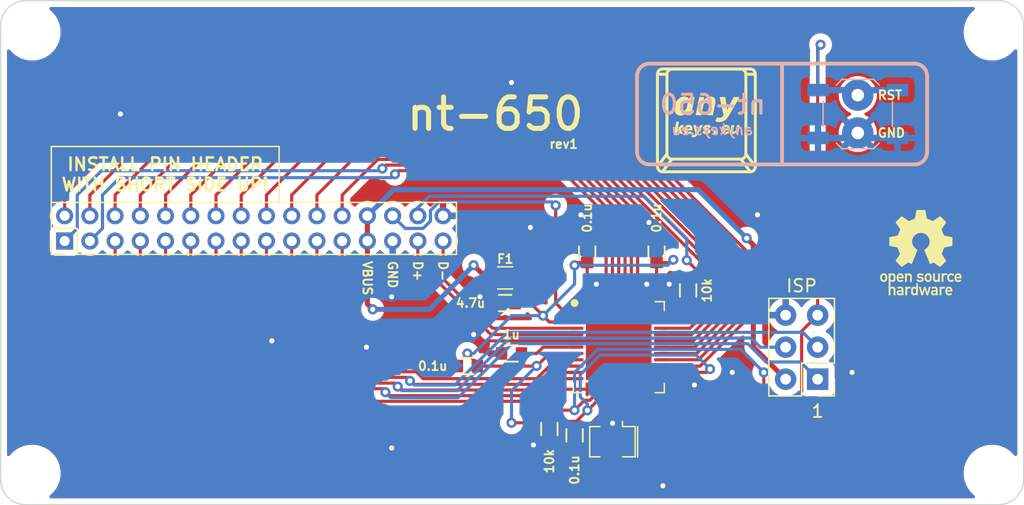
<source format=kicad_pcb>
(kicad_pcb (version 20211014) (generator pcbnew)
  (layers (0 "F.Cu" signal) (31 "B.Cu" signal) (34 "B.Paste" user) (35 "F.Paste" user) (36 "B.SilkS" user "B.Silkscreen") (37 "F.SilkS" user "F.Silkscreen") (38 "B.Mask" user) (39 "F.Mask" user) (44 "Edge.Cuts" user))
  (net 0 "")
  (net 1 "VCC")
  (net 2 "GND")
  (net 3 "Net-(C6-Pad1)")
  (net 4 "row3")
  (net 5 "row2")
  (net 6 "row5")
  (net 7 "row1")
  (net 8 "row4")
  (net 9 "col9")
  (net 10 "row6")
  (net 11 "col11")
  (net 12 "row7")
  (net 13 "col10")
  (net 14 "col14")
  (net 15 "col13")
  (net 16 "col12")
  (net 17 "col4")
  (net 18 "col8")
  (net 19 "col3")
  (net 20 "row0")
  (net 21 "col2")
  (net 22 "col1")
  (net 23 "LED3_R")
  (net 24 "col0")
  (net 25 "LED1_G")
  (net 26 "LED2_G")
  (net 27 "VBUS")
  (net 28 "RST")
  (net 29 "/USB_D+")
  (net 30 "/USB_D-")
  (net 31 "XTAL2")
  (net 32 "XTAL1")
  (net 34 "MISO")
  (net 35 "MOSI")
  (net 36 "SCK")
  (footprint "Keeb_components:C_0603" (layer "F.Cu") (at 46.5 20 90)
    (fp_text reference "C2" hide)
    (fp_text value "0.1u")
  )
  (footprint "Keeb_components:C_0603" (layer "F.Cu") (at 45.5 34.5 -90)
    (fp_text reference "C4" hide)
    (fp_text value "0.1u")
  )
  (footprint "Keeb_components:R_0603" (layer "F.Cu") (at 54.5 23 90)
    (fp_text reference "R2" hide)
    (fp_text value "10k")
  )
  (footprint "footprints:screw_hole" (layer "F.Cu") (at 2.499999 37.500001)
    (fp_text reference "REF**" hide)
    (fp_text value "VAL**" hide)
  )
  (footprint "Keeb_components:R_0805" (layer "F.Cu") (at 40 22)
    (fp_text reference "F1")
    (fp_text value "1A" hide)
  )
  (footprint "Keeb_components:R_0603" (layer "F.Cu") (at 43.5 34 90)
    (fp_text reference "R1" hide)
    (fp_text value "10k")
  )
  (footprint "Keeb_components:XTAL_SMD_Murata_CSTxExxV-3Pin_3.0x1.1mm" (layer "F.Cu") (at 48.5 35 180)
    (fp_text reference "X1" hide)
    (fp_text value "16MHz" hide)
  )
  (footprint "Connector_PinHeader_2.00mm:PinHeader_2x16_P2.00mm_Vertical" (layer "F.Cu") (at 5.074999 19.075001 90)
    (fp_text reference "J1" hide)
    (fp_text value "02x16")
  )
  (footprint "footprints:screw_hole" (layer "F.Cu") (at 78.599999 37.500001)
    (fp_text reference "REF**" hide)
    (fp_text value "VAL**" hide)
  )
  (footprint "Keeb_components:C_0603" (layer "F.Cu") (at 40.5 28 180)
    (fp_text reference "C6" hide)
    (fp_text value "1u")
  )
  (footprint "footprints:screw_hole" (layer "F.Cu") (at 78.599999 2.500001)
    (fp_text reference "REF**" hide)
    (fp_text value "VAL**" hide)
  )
  (footprint "Keeb_components:MCU_ATMEGA32U4-MU" (layer "F.Cu") (at 49 27.5)
    (fp_text reference "U1" hide)
    (fp_text value "ATMEGA32U4")
  )
  (footprint "footprints:screw_hole" (layer "F.Cu") (at 2.499999 2.500001)
    (fp_text reference "REF**" hide)
    (fp_text value "VAL**" hide)
  )
  (footprint "Keeb_components:CONN_isp_standard" (layer "F.Cu") (at 63.5 27.5 180)
    (fp_text reference "J2" hide)
    (fp_text value "ISP")
  )
  (footprint "Keeb_components:GRAPHIC_logo" (layer "F.Cu") (at 55.949999 9.500001)
    (fp_text reference "G***" hide)
    (fp_text value "LOGO" hide)
  )
  (footprint "Keeb_components:C_0603" (layer "F.Cu") (at 40 24 180)
    (fp_text reference "C5" hide)
    (fp_text value "4.7u")
  )
  (footprint "Keeb_components:C_0603" (layer "F.Cu") (at 52 20 90)
    (fp_text reference "C3" hide)
    (fp_text value "0.1u")
  )
  (footprint "Keeb_components:GRAPHIC_oshw" (layer "F.Cu") (at 72.949999 20.000001)
    (fp_text reference "G***" hide)
    (fp_text value "LOGO" hide)
  )
  (footprint "Keeb_components:C_0603" (layer "F.Cu") (at 37 29 180)
    (fp_text reference "C1" hide)
    (fp_text value "0.1u")
  )
  (footprint "Keeb_components:SWITCH_SPST_TL3342_W_JUMP" (layer "B.Cu") (at 67.949999 9.000001)
    (fp_text reference "SW1" hide)
    (fp_text value "SW_PUSH")
  )
  (gr_arc (start 73.449999 12.000001) (mid 73.157106 12.707108) (end 72.449999 13.000001) (layer "B.SilkS") (width 0.3))
  (gr_arc (start 51.449999 13.000001) (mid 50.742892 12.707108) (end 50.449999 12.000001) (layer "B.SilkS") (width 0.3))
  (gr_line (start 51.449999 13.000001) (end 72.449999 13.000001) (layer "B.SilkS") (width 0.3))
  (gr_line (start 72.449999 5.000001) (end 51.449999 5.000001) (layer "B.SilkS") (width 0.3))
  (gr_line (start 73.449999 12.000001) (end 73.449999 6.000001) (layer "B.SilkS") (width 0.3))
  (gr_line (start 61.949999 5.000001) (end 61.949999 13.000001) (layer "B.SilkS") (width 0.3))
  (gr_line (start 50.449999 6.000001) (end 50.449999 12.000001) (layer "B.SilkS") (width 0.3))
  (gr_arc (start 50.449999 6.000001) (mid 50.742892 5.292894) (end 51.449999 5.000001) (layer "B.SilkS") (width 0.3))
  (gr_arc (start 72.449999 5.000001) (mid 73.157106 5.292894) (end 73.449999 6.000001) (layer "B.SilkS") (width 0.3))
  (gr_line (start 4.014999 11.575001) (end 22.074999 11.575001) (layer "F.SilkS") (width 0.12))
  (gr_line (start 22.074999 11.575001) (end 22.074999 16.015001) (layer "F.SilkS") (width 0.12))
  (gr_line (start 4.014999 16.015001) (end 4.014999 11.575001) (layer "F.SilkS") (width 0.12))
  (gr_arc (start 2 40) (mid 0.585786 39.414214) (end 0 38) (layer "Edge.Cuts") (width 0.1))
  (gr_arc (start 81.099998 38) (mid 80.514212 39.414214) (end 79.099998 40) (layer "Edge.Cuts") (width 0.1))
  (gr_line (start 2 0) (end 79.099999 0.000001) (layer "Edge.Cuts") (width 0.1))
  (gr_arc (start 79.099999 0.000001) (mid 80.514213 0.585787) (end 81.099999 2.000001) (layer "Edge.Cuts") (width 0.1))
  (gr_arc (start 0 2) (mid 0.585786 0.585786) (end 2 0) (layer "Edge.Cuts") (width 0.1))
  (gr_line (start 81.099999 2.000001) (end 81.099999 38.000001) (layer "Edge.Cuts") (width 0.1))
  (gr_line (start 79.099998 40) (end 2 40) (layer "Edge.Cuts") (width 0.1))
  (gr_line (start 0 38) (end 0 2) (layer "Edge.Cuts") (width 0.1))
  (gr_text "nt-650" (at 56.449999 8.250001) (layer "B.SilkS") (effects (font (size 1.5 1.5) (thickness 0.25)) (justify mirror)))
  (gr_text "anykeys.eu" (at 56.449999 10.250001) (layer "B.SilkS") (effects (font (size 0.8 0.8) (thickness 0.15) italic) (justify mirror)))
  (gr_text "VBUS" (at 29.074999 20.575001 270) (layer "F.SilkS") (effects (font (size 0.7 0.7)) (justify left)))
  (gr_text "D+" (at 33.074999 20.575001 270) (layer "F.SilkS") (effects (font (size 0.7 0.7)) (justify left)))
  (gr_text "rev1" (at 45.854678 11.381253) (layer "F.SilkS") (effects (font (size 0.7 0.7)) (justify right)))
  (gr_text "GND" (at 31.074999 20.575001 270) (layer "F.SilkS") (effects (font (size 0.7 0.7)) (justify left)))
  (gr_text "GND" (at 69.449999 10.500001) (layer "F.SilkS") (effects (font (size 0.7 0.7)) (justify left)))
  (gr_text "INSTALL PIN HEADER\nWITH SHORT SIDE UP!" (at 13.044999 13.795001) (layer "F.SilkS") (effects (font (size 1 1) (thickness 0.2))))
  (gr_text "RST" (at 69.449999 7.500001) (layer "F.SilkS") (effects (font (size 0.7 0.7)) (justify left)))
  (gr_text "D-" (at 35.074999 20.575001 270) (layer "F.SilkS") (effects (font (size 0.7 0.7)) (justify left)))
  (gr_text "nt-650" (at 46.449999 9.000001) (layer "F.SilkS") (effects (font (size 2.5 2.5) (thickness 0.4)) (justify right)))
  (segment (start 42.5 29) (end 43.5 28) (width 0.25) (layer "F.Cu") (net 1))
  (segment (start 43.5 28) (end 45.6625 28) (width 0.25) (layer "F.Cu") (net 1))
  (segment (start 45.7125 20.7875) (end 45.5 21) (width 0.25) (layer "F.Cu") (net 1))
  (segment (start 43.5 34.7875) (end 42.2125 33.5) (width 0.25) (layer "F.Cu") (net 1))
  (segment (start 42.2125 33.5) (end 40.5 33.5) (width 0.25) (layer "F.Cu") (net 1))
  (segment (start 53.103187 20.7875) (end 53.327898 20.562789) (width 0.25) (layer "F.Cu") (net 1))
  (segment (start 45.5 33.7125) (end 45.5 33.524598) (width 0.25) (layer "F.Cu") (net 1))
  (segment (start 52 23) (end 52 20.7875) (width 0.25) (layer "F.Cu") (net 1))
  (segment (start 43 25) (end 43.5 25.5) (width 0.25) (layer "F.Cu") (net 1))
  (segment (start 41.1 22.9) (end 40.7875 23.2125) (width 0.4) (layer "F.Cu") (net 1))
  (segment (start 37.7875 29) (end 42.5 29) (width 0.25) (layer "F.Cu") (net 1))
  (segment (start 51.5 23.5) (end 52 23) (width 0.25) (layer "F.Cu") (net 1))
  (segment (start 42.2125 33.5) (end 41.5 33.5) (width 0.25) (layer "F.Cu") (net 1))
  (segment (start 51.5 24.1625) (end 51.5 23.5) (width 0.25) (layer "F.Cu") (net 1))
  (segment (start 40.7875 23.2125) (end 40.7875 24) (width 0.4) (layer "F.Cu") (net 1))
  (segment (start 47.5 31.558046) (end 47.5 30.8375) (width 0.25) (layer "F.Cu") (net 1))
  (segment (start 46.545747 32.512299) (end 47.5 31.558046) (width 0.25) (layer "F.Cu") (net 1))
  (segment (start 55.974619 29.5) (end 56.23731 29.237309) (width 0.25) (layer "F.Cu") (net 1))
  (segment (start 43.5 34.7875) (end 44.425 34.7875) (width 0.25) (layer "F.Cu") (net 1))
  (segment (start 43 25) (end 42 24) (width 0.25) (layer "F.Cu") (net 1))
  (segment (start 52.3375 29.5) (end 55.974619 29.5) (width 0.25) (layer "F.Cu") (net 1))
  (segment (start 45.5 33.524598) (end 46.512299 32.512299) (width 0.25) (layer "F.Cu") (net 1))
  (segment (start 44.425 34.7875) (end 45.5 33.7125) (width 0.25) (layer "F.Cu") (net 1))
  (segment (start 41.1 22) (end 41.1 22.9) (width 0.4) (layer "F.Cu") (net 1))
  (segment (start 37.7875 28.7875) (end 37 28) (width 0.25) (layer "F.Cu") (net 1))
  (segment (start 46.5 20.7875) (end 46.5 24.1625) (width 0.25) (layer "F.Cu") (net 1))
  (segment (start 43.5 25.5) (end 45.6625 25.5) (width 0.25) (layer "F.Cu") (net 1))
  (segment (start 46.512299 32.512299) (end 46.545747 32.512299) (width 0.25) (layer "F.Cu") (net 1))
  (segment (start 52 20.7875) (end 53.103187 20.7875) (width 0.25) (layer "F.Cu") (net 1))
  (segment (start 46.5 20.7875) (end 45.7125 20.7875) (width 0.25) (layer "F.Cu") (net 1))
  (segment (start 42 24) (end 40.7875 24) (width 0.25) (layer "F.Cu") (net 1))
  (segment (start 37.7875 29) (end 37.7875 28.7875) (width 0.25) (layer "F.Cu") (net 1))
  (via (at 46.512299 32.512299) (size 0.8) (drill 0.4) (layers "F.Cu" "B.Cu") (net 1))
  (via (at 40.5 33.5) (size 0.8) (drill 0.4) (layers "F.Cu" "B.Cu") (net 1))
  (via (at 43 25) (size 0.8) (drill 0.4) (layers "F.Cu" "B.Cu") (net 1))
  (via (at 42.487701 28.987701) (size 0.8) (drill 0.4) (layers "F.Cu" "B.Cu") (net 1))
  (via (at 56.23731 29.237309) (size 0.8) (drill 0.4) (layers "F.Cu" "B.Cu") (net 1))
  (via (at 53.327898 20.562789) (size 0.8) (drill 0.4) (layers "F.Cu" "B.Cu") (net 1))
  (via (at 37 28) (size 0.8) (drill 0.4) (layers "F.Cu" "B.Cu") (net 1))
  (via (at 45.5 21) (size 0.8) (drill 0.4) (layers "F.Cu" "B.Cu") (net 1))
  (segment (start 46.512299 32.512299) (end 46.512299 32.012299) (width 0.25) (layer "B.Cu") (net 1))
  (segment (start 47.512149 28.123569) (end 55.12357 28.123569) (width 0.25) (layer "B.Cu") (net 1))
  (segment (start 45.94952 31.44952) (end 45.94952 29.686198) (width 0.25) (layer "B.Cu") (net 1))
  (segment (start 53.327898 20.562789) (end 52.890687 21) (width 0.25) (layer "B.Cu") (net 1))
  (segment (start 46.512299 32.012299) (end 45.94952 31.44952) (width 0.25) (layer "B.Cu") (net 1))
  (segment (start 45.5 22.5) (end 45.5 21) (width 0.25) (layer "B.Cu") (net 1))
  (segment (start 45.94952 29.686198) (end 47.512149 28.123569) (width 0.25) (layer "B.Cu") (net 1))
  (segment (start 55.12357 28.123569) (end 56.23731 29.237309) (width 0.25) (layer "B.Cu") (net 1))
  (segment (start 43 25) (end 40.5 25) (width 0.25) (layer "B.Cu") (net 1))
  (segment (start 40.5 25) (end 37.5 28) (width 0.25) (layer "B.Cu") (net 1))
  (segment (start 43 25) (end 45.5 22.5) (width 0.25) (layer "B.Cu") (net 1))
  (segment (start 37.5 28) (end 37 28) (width 0.25) (layer "B.Cu") (net 1))
  (segment (start 40.5 30.975402) (end 42.487701 28.987701) (width 0.25) (layer "B.Cu") (net 1))
  (segment (start 52.890687 21) (end 45.5 21) (width 0.25) (layer "B.Cu") (net 1))
  (segment (start 40.5 33.5) (end 40.5 30.975402) (width 0.25) (layer "B.Cu") (net 1))
  (segment (start 46.5 19.2125) (end 46.5 17.5) (width 0.25) (layer "F.Cu") (net 2))
  (segment (start 45.6625 27) (end 38 27) (width 0.25) (layer "F.Cu") (net 2))
  (segment (start 46.2125 35.2875) (end 45.5 35.2875) (width 0.25) (layer "F.Cu") (net 2))
  (segment (start 54.5 30) (end 55 30.5) (width 0.25) (layer "F.Cu") (net 2))
  (segment (start 47 24.1625) (end 47 25.5) (width 0.25) (layer "F.Cu") (net 2))
  (segment (start 47 24.1625) (end 47 22.7245) (width 0.25) (layer "F.Cu") (net 2))
  (segment (start 45.6625 27) (end 48.5 27) (width 0.25) (layer "F.Cu") (net 2))
  (segment (start 46.5 35) (end 46.2125 35.2875) (width 0.25) (layer "F.Cu") (net 2))
  (segment (start 42.97611 36) (end 42.238055 35.261945) (width 0.25) (layer "F.Cu") (net 2))
  (segment (start 48 30.8375) (end 48 32.364282) (width 0.25) (layer "F.Cu") (net 2))
  (segment (start 48.5 33.550345) (end 48.512873 33.537472) (width 0.25) (layer "F.Cu") (net 2))
  (segment (start 48.5 27) (end 49 27.5) (width 0.25) (layer "F.Cu") (net 2))
  (segment (start 46.5 17.5) (end 46 17) (width 0.25) (layer "F.Cu") (net 2))
  (segment (start 52.3375 30) (end 54.5 30) (width 0.25) (layer "F.Cu") (net 2))
  (segment (start 48.5 35) (end 48.5 33.550345) (width 0.25) (layer "F.Cu") (net 2))
  (segment (start 46.5 33.864282) (end 46.5 35) (width 0.25) (layer "F.Cu") (net 2))
  (segment (start 51 24.1625) (end 51 25.5) (width 0.25) (layer "F.Cu") (net 2))
  (segment (start 47 25.5) (end 49 27.5) (width 0.25) (layer "F.Cu") (net 2))
  (segment (start 52 18.210292) (end 51.394854 17.605146) (width 0.25) (layer "F.Cu") (net 2))
  (segment (start 31.074999 19.075001) (end 31.074999 23.425001) (width 0.4) (layer "F.Cu") (net 2))
  (segment (start 51 24.1625) (end 51 22.7245) (width 0.25) (layer "F.Cu") (net 2))
  (segment (start 54.5 22.2125) (end 53.2875 22.2125) (width 0.25) (layer "F.Cu") (net 2))
  (segment (start 38.5 24) (end 38 23.5) (width 0.25) (layer "F.Cu") (net 2))
  (segment (start 48 28.5) (end 49 27.5) (width 0.25) (layer "F.Cu") (net 2))
  (segment (start 51.47548 29.97548) (end 49 27.5) (width 0.25) (layer "F.Cu") (net 2))
  (segment (start 39.2125 24) (end 38.5 24) (width 0.25) (layer "F.Cu") (net 2))
  (segment (start 44.7875 36) (end 44.5 36) (width 0.25) (layer "F.Cu") (net 2))
  (segment (start 38 27) (end 37.5 26.5) (width 0.25) (layer "F.Cu") (net 2))
  (segment (start 51 22.7245) (end 51.2245 22.5) (width 0.25) (layer "F.Cu") (net 2))
  (segment (start 52.3375 30) (end 52.31298 29.97548) (width 0.25) (layer "F.Cu") (net 2))
  (segment (start 45.5 35.2875) (end 44.7875 36) (width 0.25) (layer "F.Cu") (net 2))
  (segment (start 53.2875 22.2125) (end 53 22.5) (width 0.25) (layer "F.Cu") (net 2))
  (segment (start 51 25.5) (end 49 27.5) (width 0.25) (layer "F.Cu") (net 2))
  (segment (start 31.074999 23.425001) (end 31 23.5) (width 0.4) (layer "F.Cu") (net 2))
  (segment (start 52 19.2125) (end 52 18.210292) (width 0.25) (layer "F.Cu") (net 2))
  (segment (start 48 30.8375) (end 48 28.5) (width 0.25) (layer "F.Cu") (net 2))
  (segment (start 52.31298 29.97548) (end 51.47548 29.97548) (width 0.25) (layer "F.Cu") (net 2))
  (segment (start 48 32.364282) (end 46.5 33.864282) (width 0.25) (layer "F.Cu") (net 2))
  (segment (start 47 22.7245) (end 47.2245 22.5) (width 0.25) (layer "F.Cu") (net 2))
  (segment (start 44.5 36) (end 42.97611 36) (width 0.25) (layer "F.Cu") (net 2))
  (via (at 51.394854 17.605146) (size 0.8) (drill 0.4) (layers "F.Cu" "B.Cu") (net 2))
  (via (at 48.512873 33.537472) (size 0.8) (drill 0.4) (layers "F.Cu" "B.Cu") (net 2))
  (via (at 40.5 6.5) (size 0.8) (drill 0.4) (layers "F.Cu" "B.Cu") (net 2))
  (via (at 47.2245 22.5) (size 0.8) (drill 0.4) (layers "F.Cu" "B.Cu") (net 2))
  (via (at 29 27.5) (size 0.8) (drill 0.4) (layers "F.Cu" "B.Cu") (net 2))
  (via (at 38 23.5) (size 0.8) (drill 0.4) (layers "F.Cu" "B.Cu") (net 2))
  (via (at 31 23.5) (size 0.8) (drill 0.4) (layers "F.Cu" "B.Cu") (net 2))
  (via (at 21.5 27) (size 0.8) (drill 0.4) (layers "F.Cu" "B.Cu") (net 2))
  (via (at 52.5 38.5) (size 0.8) (drill 0.4) (layers "F.Cu" "B.Cu") (net 2))
  (via (at 9.5 9) (size 0.8) (drill 0.4) (layers "F.Cu" "B.Cu") (net 2))
  (via (at 60 17) (size 0.8) (drill 0.4) (layers "F.Cu" "B.Cu") (net 2))
  (via (at 53 22.5) (size 0.8) (drill 0.4) (layers "F.Cu" "B.Cu") (net 2))
  (via (at 31 35.5) (size 0.8) (drill 0.4) (layers "F.Cu" "B.Cu") (net 2))
  (via (at 37.5 26.5) (size 0.8) (drill 0.4) (layers "F.Cu" "B.Cu") (net 2))
  (via (at 42.238055 35.261945) (size 0.8) (drill 0.4) (layers "F.Cu" "B.Cu") (net 2))
  (via (at 58 29.5) (size 0.8) (drill 0.4) (layers "F.Cu" "B.Cu") (net 2))
  (via (at 46 17) (size 0.8) (drill 0.4) (layers "F.Cu" "B.Cu") (net 2))
  (via (at 51.2245 22.5) (size 0.8) (drill 0.4) (layers "F.Cu" "B.Cu") (net 2))
  (via (at 42 18) (size 0.8) (drill 0.4) (layers "F.Cu" "B.Cu") (net 2))
  (via (at 67.5 29.5) (size 0.8) (drill 0.4) (layers "F.Cu" "B.Cu") (net 2))
  (via (at 55 30.5) (size 0.8) (drill 0.4) (layers "F.Cu" "B.Cu") (net 2))
  (segment (start 42.5 28) (end 43 27.5) (width 0.25) (layer "F.Cu") (net 3))
  (segment (start 41.2875 28) (end 42.5 28) (width 0.25) (layer "F.Cu") (net 3))
  (segment (start 43 27.5) (end 45.6625 27.5) (width 0.25) (layer "F.Cu") (net 3))
  (segment (start 47.317859 15.682141) (end 44.686198 13.05048) (width 0.25) (layer "F.Cu") (net 4))
  (segment (start 48.5 24.1625) (end 48.5 16.864282) (width 0.25) (layer "F.Cu") (net 4))
  (segment (start 30.537279 13.05048) (end 30.262299 13.32546) (width 0.25) (layer "F.Cu") (net 4))
  (segment (start 48.5 16.864282) (end 47.317859 15.682141) (width 0.25) (layer "F.Cu") (net 4))
  (segment (start 44.686198 13.05048) (end 40 13.05048) (width 0.25) (layer "F.Cu") (net 4))
  (segment (start 40 13.05048) (end 30.537279 13.05048) (width 0.25) (layer "F.Cu") (net 4))
  (via (at 30.262299 13.32546) (size 0.8) (drill 0.4) (layers "F.Cu" "B.Cu") (net 4))
  (segment (start 5.074999 19.075001) (end 6.07451 18.07549) (width 0.25) (layer "B.Cu") (net 4))
  (segment (start 30.087759 13.5) (end 30.262299 13.32546) (width 0.25) (layer "B.Cu") (net 4))
  (segment (start 6.07451 18.07549) (end 6.07451 15.42549) (width 0.25) (layer "B.Cu") (net 4))
  (segment (start 8 13.5) (end 30.087759 13.5) (width 0.25) (layer "B.Cu") (net 4))
  (segment (start 6.07451 15.42549) (end 8 13.5) (width 0.25) (layer "B.Cu") (net 4))
  (segment (start 59.14664 25.303381) (end 55.450021 29) (width 0.25) (layer "F.Cu") (net 5))
  (segment (start 46.92057 7.65624) (end 59.14664 19.882312) (width 0.25) (layer "F.Cu") (net 5))
  (segment (start 55.450021 29) (end 52.3375 29) (width 0.25) (layer "F.Cu") (net 5))
  (segment (start 59.14664 19.882312) (end 59.14664 25.303381) (width 0.25) (layer "F.Cu") (net 5))
  (segment (start 5.074999 15.425001) (end 12.84376 7.65624) (width 0.25) (layer "F.Cu") (net 5))
  (segment (start 5.074999 17.075001) (end 5.074999 15.425001) (width 0.25) (layer "F.Cu") (net 5))
  (segment (start 12.84376 7.65624) (end 46.92057 7.65624) (width 0.25) (layer "F.Cu") (net 5))
  (segment (start 48 17) (end 48 24.1625) (width 0.25) (layer "F.Cu") (net 6))
  (segment (start 31.261802 13.77498) (end 31.536782 13.5) (width 0.25) (layer "F.Cu") (net 6))
  (segment (start 31.536782 13.5) (end 44.5 13.5) (width 0.25) (layer "F.Cu") (net 6))
  (segment (start 44.5 13.5) (end 48 17) (width 0.25) (layer "F.Cu") (net 6))
  (via (at 31.261802 13.77498) (size 0.8) (drill 0.4) (layers "F.Cu" "B.Cu") (net 6))
  (segment (start 9.450029 14.049971) (end 30.986811 14.049971) (width 0.25) (layer "B.Cu") (net 6))
  (segment (start 30.986811 14.049971) (end 31.261802 13.77498) (width 0.25) (layer "B.Cu") (net 6))
  (segment (start 7.074999 19.075001) (end 8.07451 18.07549) (width 0.25) (layer "B.Cu") (net 6))
  (segment (start 8.07451 15.42549) (end 9.450029 14.049971) (width 0.25) (layer "B.Cu") (net 6))
  (segment (start 8.07451 18.07549) (end 8.07451 15.42549) (width 0.25) (layer "B.Cu") (net 6))
  (segment (start 58.69712 20.068509) (end 58.69712 25.117184) (width 0.25) (layer "F.Cu") (net 7))
  (segment (start 14.39424 8.10576) (end 46.734372 8.10576) (width 0.25) (layer "F.Cu") (net 7))
  (segment (start 58.69712 25.117184) (end 55.314305 28.5) (width 0.25) (layer "F.Cu") (net 7))
  (segment (start 7.074999 15.425001) (end 14.39424 8.10576) (width 0.25) (layer "F.Cu") (net 7))
  (segment (start 55.314305 28.5) (end 52.3375 28.5) (width 0.25) (layer "F.Cu") (net 7))
  (segment (start 46.734372 8.10576) (end 58.69712 20.068509) (width 0.25) (layer "F.Cu") (net 7))
  (segment (start 7.074999 17.075001) (end 7.074999 15.425001) (width 0.25) (layer "F.Cu") (net 7))
  (segment (start 13.071641 24.571641) (end 9.074999 20.574999) (width 0.25) (layer "F.Cu") (net 8))
  (segment (start 36.95432 34.04568) (end 27.824222 34.04568) (width 0.25) (layer "F.Cu") (net 8))
  (segment (start 51.5 30.8375) (end 51.5 31.957132) (width 0.25) (layer "F.Cu") (net 8))
  (segment (start 9.074999 20.574999) (end 9.074999 19.075001) (width 0.25) (layer "F.Cu") (net 8))
  (segment (start 50.743811 38.29808) (end 41.20672 38.29808) (width 0.25) (layer "F.Cu") (net 8))
  (segment (start 52.298079 36.743813) (end 50.743811 38.29808) (width 0.25) (layer "F.Cu") (net 8))
  (segment (start 41.20672 38.29808) (end 36.95432 34.04568) (width 0.25) (layer "F.Cu") (net 8))
  (segment (start 51.5 31.957132) (end 52.29808 32.755212) (width 0.25) (layer "F.Cu") (net 8))
  (segment (start 23.029319 29.250774) (end 23.029319 26.529319) (width 0.25) (layer "F.Cu") (net 8))
  (segment (start 21.071641 24.571641) (end 13.071641 24.571641) (width 0.25) (layer "F.Cu") (net 8))
  (segment (start 52.29808 32.755212) (end 52.298079 36.743813) (width 0.25) (layer "F.Cu") (net 8))
  (segment (start 27.824222 34.04568) (end 23.029319 29.250774) (width 0.25) (layer "F.Cu") (net 8))
  (segment (start 23.029319 26.529319) (end 21.071641 24.571641) (width 0.25) (layer "F.Cu") (net 8))
  (segment (start 52.3375 28) (end 55.178588 28) (width 0.25) (layer "F.Cu") (net 9))
  (segment (start 55.178588 28) (end 58.2476 24.930987) (width 0.25) (layer "F.Cu") (net 9))
  (segment (start 15.94472 8.55528) (end 9.074999 15.425001) (width 0.25) (layer "F.Cu") (net 9))
  (segment (start 58.2476 24.930987) (end 58.2476 20.254706) (width 0.25) (layer "F.Cu") (net 9))
  (segment (start 58.2476 20.254706) (end 46.548175 8.55528) (width 0.25) (layer "F.Cu") (net 9))
  (segment (start 46.548175 8.55528) (end 15.94472 8.55528) (width 0.25) (layer "F.Cu") (net 9))
  (segment (start 9.074999 15.425001) (end 9.074999 17.075001) (width 0.25) (layer "F.Cu") (net 9))
  (segment (start 51.84856 32.941409) (end 51 32.092848) (width 0.25) (layer "F.Cu") (net 10))
  (segment (start 41.392918 37.84856) (end 50.557613 37.84856) (width 0.25) (layer "F.Cu") (net 10))
  (segment (start 37.140518 33.59616) (end 41.392918 37.84856) (width 0.25) (layer "F.Cu") (net 10))
  (segment (start 14.622121 24.122121) (end 21.257839 24.122121) (width 0.25) (layer "F.Cu") (net 10))
  (segment (start 50.557613 37.84856) (end 51.848559 36.557615) (width 0.25) (layer "F.Cu") (net 10))
  (segment (start 51.848559 36.557615) (end 51.84856 32.941409) (width 0.25) (layer "F.Cu") (net 10))
  (segment (start 28.01042 33.59616) (end 37.140518 33.59616) (width 0.25) (layer "F.Cu") (net 10))
  (segment (start 11.074999 20.574999) (end 14.622121 24.122121) (width 0.25) (layer "F.Cu") (net 10))
  (segment (start 21.257839 24.122121) (end 23.478839 26.343121) (width 0.25) (layer "F.Cu") (net 10))
  (segment (start 11.074999 19.075001) (end 11.074999 20.574999) (width 0.25) (layer "F.Cu") (net 10))
  (segment (start 23.478839 26.343121) (end 23.478839 29.064577) (width 0.25) (layer "F.Cu") (net 10))
  (segment (start 23.478839 29.064577) (end 28.01042 33.59616) (width 0.25) (layer "F.Cu") (net 10))
  (segment (start 51 32.092848) (end 51 30.8375) (width 0.25) (layer "F.Cu") (net 10))
  (segment (start 57.79808 24.74479) (end 55.04287 27.5) (width 0.25) (layer "F.Cu") (net 11))
  (segment (start 55.04287 27.5) (end 52.3375 27.5) (width 0.25) (layer "F.Cu") (net 11))
  (segment (start 11.074999 17.075001) (end 11.074999 15.425001) (width 0.25) (layer "F.Cu") (net 11))
  (segment (start 17.4952 9.0048) (end 46.361977 9.0048) (width 0.25) (layer "F.Cu") (net 11))
  (segment (start 11.074999 15.425001) (end 17.4952 9.0048) (width 0.25) (layer "F.Cu") (net 11))
  (segment (start 57.79808 20.440903) (end 57.79808 24.74479) (width 0.25) (layer "F.Cu") (net 11))
  (segment (start 46.361977 9.0048) (end 57.79808 20.440903) (width 0.25) (layer "F.Cu") (net 11))
  (segment (start 13.074999 20.710717) (end 13.074999 19.075001) (width 0.25) (layer "F.Cu") (net 12))
  (segment (start 50.5 32.228566) (end 51.39904 33.127606) (width 0.25) (layer "F.Cu") (net 12))
  (segment (start 51.39904 33.127606) (end 51.39904 36.371417) (width 0.25) (layer "F.Cu") (net 12))
  (segment (start 16.036883 23.672601) (end 13.074999 20.710717) (width 0.25) (layer "F.Cu") (net 12))
  (segment (start 50.371416 37.39904) (end 41.579116 37.39904) (width 0.25) (layer "F.Cu") (net 12))
  (segment (start 28.196618 33.14664) (end 23.928359 28.87838) (width 0.25) (layer "F.Cu") (net 12))
  (segment (start 23.928359 26.156924) (end 21.444037 23.672601) (width 0.25) (layer "F.Cu") (net 12))
  (segment (start 37.326716 33.14664) (end 28.196618 33.14664) (width 0.25) (layer "F.Cu") (net 12))
  (segment (start 51.39904 36.371417) (end 50.371416 37.39904) (width 0.25) (layer "F.Cu") (net 12))
  (segment (start 41.579116 37.39904) (end 37.326716 33.14664) (width 0.25) (layer "F.Cu") (net 12))
  (segment (start 50.5 30.8375) (end 50.5 32.228566) (width 0.25) (layer "F.Cu") (net 12))
  (segment (start 23.928359 28.87838) (end 23.928359 26.156924) (width 0.25) (layer "F.Cu") (net 12))
  (segment (start 21.444037 23.672601) (end 16.036883 23.672601) (width 0.25) (layer "F.Cu") (net 12))
  (segment (start 13.074999 17.075001) (end 13.074999 15.425001) (width 0.25) (layer "F.Cu") (net 13))
  (segment (start 57.34856 24.558592) (end 54.907152 27) (width 0.25) (layer "F.Cu") (net 13))
  (segment (start 54.907152 27) (end 52.3375 27) (width 0.25) (layer "F.Cu") (net 13))
  (segment (start 19.04568 9.45432) (end 46.175779 9.45432) (width 0.25) (layer "F.Cu") (net 13))
  (segment (start 13.074999 15.425001) (end 19.04568 9.45432) (width 0.25) (layer "F.Cu") (net 13))
  (segment (start 46.175779 9.45432) (end 57.34856 20.627102) (width 0.25) (layer "F.Cu") (net 13))
  (segment (start 57.34856 20.627102) (end 57.34856 24.558592) (width 0.25) (layer "F.Cu") (net 13))
  (segment (start 50 32.364282) (end 50.94952 33.313803) (width 0.25) (layer "F.Cu") (net 14))
  (segment (start 21.630234 23.223081) (end 17.723081 23.223081) (width 0.25) (layer "F.Cu") (net 14))
  (segment (start 50.94952 33.313803) (end 50.94952 36.18522) (width 0.25) (layer "F.Cu") (net 14))
  (segment (start 24.377879 25.970727) (end 21.630234 23.223081) (width 0.25) (layer "F.Cu") (net 14))
  (segment (start 50 30.8375) (end 50 32.364282) (width 0.25) (layer "F.Cu") (net 14))
  (segment (start 28.382815 32.69712) (end 24.377879 28.692183) (width 0.25) (layer "F.Cu") (net 14))
  (segment (start 15.074999 20.574999) (end 15.074999 19.075001) (width 0.25) (layer "F.Cu") (net 14))
  (segment (start 50.185219 36.94952) (end 41.765314 36.94952) (width 0.25) (layer "F.Cu") (net 14))
  (segment (start 24.377879 28.692183) (end 24.377879 25.970727) (width 0.25) (layer "F.Cu") (net 14))
  (segment (start 50.94952 36.18522) (end 50.185219 36.94952) (width 0.25) (layer "F.Cu") (net 14))
  (segment (start 17.723081 23.223081) (end 15.074999 20.574999) (width 0.25) (layer "F.Cu") (net 14))
  (segment (start 41.765314 36.94952) (end 37.512914 32.69712) (width 0.25) (layer "F.Cu") (net 14))
  (segment (start 37.512914 32.69712) (end 28.382815 32.69712) (width 0.25) (layer "F.Cu") (net 14))
  (segment (start 56.89904 24.372395) (end 54.771435 26.5) (width 0.25) (layer "F.Cu") (net 15))
  (segment (start 54.771435 26.5) (end 52.3375 26.5) (width 0.25) (layer "F.Cu") (net 15))
  (segment (start 15.074999 15.425001) (end 20.59616 9.90384) (width 0.25) (layer "F.Cu") (net 15))
  (segment (start 45.989581 9.90384) (end 56.89904 20.813299) (width 0.25) (layer "F.Cu") (net 15))
  (segment (start 15.074999 17.075001) (end 15.074999 15.425001) (width 0.25) (layer "F.Cu") (net 15))
  (segment (start 20.59616 9.90384) (end 45.989581 9.90384) (width 0.25) (layer "F.Cu") (net 15))
  (segment (start 56.89904 20.813299) (end 56.89904 24.372395) (width 0.25) (layer "F.Cu") (net 15))
  (segment (start 49.999022 36.5) (end 41.951512 36.5) (width 0.25) (layer "F.Cu") (net 16))
  (segment (start 49.5 30.8375) (end 49.5 32.5) (width 0.25) (layer "F.Cu") (net 16))
  (segment (start 50.5 33.5) (end 50.5 35.999022) (width 0.25) (layer "F.Cu") (net 16))
  (segment (start 37.699112 32.2476) (end 28.569012 32.2476) (width 0.25) (layer "F.Cu") (net 16))
  (segment (start 24.827399 28.505986) (end 24.827399 25.784529) (width 0.25) (layer "F.Cu") (net 16))
  (segment (start 49.5 32.5) (end 50.5 33.5) (width 0.25) (layer "F.Cu") (net 16))
  (segment (start 24.827399 25.784529) (end 21.81643 22.773561) (width 0.25) (layer "F.Cu") (net 16))
  (segment (start 17.074999 20.753587) (end 17.074999 19.075001) (width 0.25) (layer "F.Cu") (net 16))
  (segment (start 21.81643 22.773561) (end 19.094973 22.773561) (width 0.25) (layer "F.Cu") (net 16))
  (segment (start 41.951512 36.5) (end 37.699112 32.2476) (width 0.25) (layer "F.Cu") (net 16))
  (segment (start 50.5 35.999022) (end 49.999022 36.5) (width 0.25) (layer "F.Cu") (net 16))
  (segment (start 28.569012 32.2476) (end 24.827399 28.505986) (width 0.25) (layer "F.Cu") (net 16))
  (segment (start 19.094973 22.773561) (end 17.074999 20.753587) (width 0.25) (layer "F.Cu") (net 16))
  (segment (start 17.074999 15.425001) (end 22.14664 10.35336) (width 0.25) (layer "F.Cu") (net 17))
  (segment (start 56.44952 24.186197) (end 54.635718 26) (width 0.25) (layer "F.Cu") (net 17))
  (segment (start 46.066706 10.616683) (end 56.44952 20.999497) (width 0.25) (layer "F.Cu") (net 17))
  (segment (start 22.14664 10.35336) (end 45.803384 10.35336) (width 0.25) (layer "F.Cu") (net 17))
  (segment (start 54.635718 26) (end 52.3375 26) (width 0.25) (layer "F.Cu") (net 17))
  (segment (start 17.074999 17.075001) (end 17.074999 15.425001) (width 0.25) (layer "F.Cu") (net 17))
  (segment (start 56.44952 20.999497) (end 56.44952 24.186197) (width 0.25) (layer "F.Cu") (net 17))
  (segment (start 45.803384 10.35336) (end 46.066706 10.616683) (width 0.25) (layer "F.Cu") (net 17))
  (segment (start 44.205369 30.8375) (end 43.24479 31.79808) (width 0.25) (layer "F.Cu") (net 18))
  (segment (start 28.75521 31.79808) (end 25.276919 28.319789) (width 0.25) (layer "F.Cu") (net 18))
  (segment (start 25.276919 28.319789) (end 25.276918 25.598331) (width 0.25) (layer "F.Cu") (net 18))
  (segment (start 25.276918 25.598331) (end 22.002627 22.324041) (width 0.25) (layer "F.Cu") (net 18))
  (segment (start 43.24479 31.79808) (end 28.75521 31.79808) (width 0.25) (layer "F.Cu") (net 18))
  (segment (start 20.324041 22.324041) (end 19.074999 21.074999) (width 0.25) (layer "F.Cu") (net 18))
  (segment (start 19.074999 21.074999) (end 19.074999 19.075001) (width 0.25) (layer "F.Cu") (net 18))
  (segment (start 22.002627 22.324041) (end 20.324041 22.324041) (width 0.25) (layer "F.Cu") (net 18))
  (segment (start 46.5 30.8375) (end 44.205369 30.8375) (width 0.25) (layer "F.Cu") (net 18))
  (segment (start 45.617186 10.80288) (end 56 21.185694) (width 0.25) (layer "F.Cu") (net 19))
  (segment (start 23.69712 10.80288) (end 45.617186 10.80288) (width 0.25) (layer "F.Cu") (net 19))
  (segment (start 56 21.185694) (end 56 24) (width 0.25) (layer "F.Cu") (net 19))
  (segment (start 19.074999 17.075001) (end 19.074999 15.425001) (width 0.25) (layer "F.Cu") (net 19))
  (segment (start 19.074999 15.425001) (end 23.69712 10.80288) (width 0.25) (layer "F.Cu") (net 19))
  (segment (start 56 24) (end 54.5 25.5) (width 0.25) (layer "F.Cu") (net 19))
  (segment (start 54.5 25.5) (end 52.3375 25.5) (width 0.25) (layer "F.Cu") (net 19))
  (segment (start 45.430988 11.2524) (end 50.5 16.321412) (width 0.25) (layer "F.Cu") (net 20))
  (segment (start 50.5 16.321412) (end 50.5 24.1625) (width 0.25) (layer "F.Cu") (net 20))
  (segment (start 25.2476 11.2524) (end 45.430988 11.2524) (width 0.25) (layer "F.Cu") (net 20))
  (segment (start 21.074999 15.425001) (end 25.2476 11.2524) (width 0.25) (layer "F.Cu") (net 20))
  (segment (start 21.074999 17.075001) (end 21.074999 15.425001) (width 0.25) (layer "F.Cu") (net 20))
  (segment (start 45.244792 11.701921) (end 50 16.457129) (width 0.25) (layer "F.Cu") (net 21))
  (segment (start 23.074999 15.425001) (end 26.79808 11.70192) (width 0.25) (layer "F.Cu") (net 21))
  (segment (start 26.79808 11.70192) (end 45.244792 11.701921) (width 0.25) (layer "F.Cu") (net 21))
  (segment (start 23.074999 17.075001) (end 23.074999 15.425001) (width 0.25) (layer "F.Cu") (net 21))
  (segment (start 50 16.457129) (end 50 24.1625) (width 0.25) (layer "F.Cu") (net 21))
  (segment (start 49.5 16.592847) (end 49.5 24.1625) (width 0.25) (layer "F.Cu") (net 22))
  (segment (start 45.058594 12.15144) (end 45.321916 12.414763) (width 0.25) (layer "F.Cu") (net 22))
  (segment (start 25.074999 17.075001) (end 25.074999 15.425001) (width 0.25) (layer "F.Cu") (net 22))
  (segment (start 28.34856 12.15144) (end 45.058594 12.15144) (width 0.25) (layer "F.Cu") (net 22))
  (segment (start 25.074999 15.425001) (end 28.34856 12.15144) (width 0.25) (layer "F.Cu") (net 22))
  (segment (start 45.321916 12.414763) (end 49.5 16.592847) (width 0.25) (layer "F.Cu") (net 22))
  (segment (start 27.074999 27.574999) (end 28.950029 29.450029) (width 0.25) (layer "F.Cu") (net 23))
  (segment (start 27.074999 19.075001) (end 27.074999 27.574999) (width 0.25) (layer "F.Cu") (net 23))
  (segment (start 28.950029 29.450029) (end 32.950029 29.450029) (width 0.25) (layer "F.Cu") (net 23))
  (segment (start 33.5 30) (end 42.5 30) (width 0.25) (layer "F.Cu") (net 23))
  (segment (start 42.5 30) (end 44 28.5) (width 0.25) (layer "F.Cu") (net 23))
  (segment (start 32.950029 29.450029) (end 33.5 30) (width 0.25) (layer "F.Cu") (net 23))
  (segment (start 44 28.5) (end 45.6625 28.5) (width 0.25) (layer "F.Cu") (net 23))
  (segment (start 27.074999 15.425001) (end 29.89904 12.60096) (width 0.25) (layer "F.Cu") (net 24))
  (segment (start 49 16.728564) (end 49 24.1625) (width 0.25) (layer "F.Cu") (net 24))
  (segment (start 29.89904 12.60096) (end 44.872396 12.60096) (width 0.25) (layer "F.Cu") (net 24))
  (segment (start 44.872396 12.60096) (end 49 16.728564) (width 0.25) (layer "F.Cu") (net 24))
  (segment (start 27.074999 17.075001) (end 27.074999 15.425001) (width 0.25) (layer "F.Cu") (net 24))
  (segment (start 44 16.24902) (end 44 24) (width 0.25) (layer "F.Cu") (net 25))
  (segment (start 44 24) (end 44.75 24.75) (width 0.25) (layer "F.Cu") (net 25))
  (segment (start 44.75 24.75) (end 45 25) (width 0.25) (layer "F.Cu") (net 25))
  (segment (start 45.6625 25) (end 45 25) (width 0.25) (layer "F.Cu") (net 25))
  (via (at 44 16.24902) (size 0.8) (drill 0.4) (layers "F.Cu" "B.Cu") (net 25))
  (segment (start 33.489011 18.074512) (end 34.07451 17.489013) (width 0.25) (layer "B.Cu") (net 25))
  (segment (start 32.07451 18.074512) (end 33.489011 18.074512) (width 0.25) (layer "B.Cu") (net 25))
  (segment (start 35.5 15.97404) (end 43.72502 15.97404) (width 0.25) (layer "B.Cu") (net 25))
  (segment (start 43.72502 15.97404) (end 44 16.24902) (width 0.25) (layer "B.Cu") (net 25))
  (segment (start 34.07451 16.661967) (end 34.762437 15.97404) (width 0.25) (layer "B.Cu") (net 25))
  (segment (start 34.07451 17.489013) (end 34.07451 16.661967) (width 0.25) (layer "B.Cu") (net 25))
  (segment (start 34.762437 15.97404) (end 35.5 15.97404) (width 0.25) (layer "B.Cu") (net 25))
  (segment (start 31.074999 17.075001) (end 32.07451 18.074512) (width 0.25) (layer "B.Cu") (net 25))
  (segment (start 54 25) (end 54.5 24.5) (width 0.25) (layer "F.Cu") (net 26))
  (segment (start 55.324511 22.962989) (end 55.324511 21.534803) (width 0.25) (layer "F.Cu") (net 26))
  (segment (start 52.3375 25) (end 54 25) (width 0.25) (layer "F.Cu") (net 26))
  (segment (start 55.324511 21.534803) (end 54.394854 20.605146) (width 0.25) (layer "F.Cu") (net 26))
  (segment (start 54.5 24.5) (end 54.5 23.7875) (width 0.25) (layer "F.Cu") (net 26))
  (segment (start 54.5 23.7875) (end 55.324511 22.962989) (width 0.25) (layer "F.Cu") (net 26))
  (via (at 54.394854 20.605146) (size 0.8) (drill 0.4) (layers "F.Cu" "B.Cu") (net 26))
  (segment (start 33.074999 16.425001) (end 33.074999 17.075001) (width 0.25) (layer "B.Cu") (net 26))
  (segment (start 54.394854 20.605146) (end 54.394854 18.894854) (width 0.25) (layer "B.Cu") (net 26))
  (segment (start 33.97548 15.52452) (end 33.074999 16.425001) (width 0.25) (layer "B.Cu") (net 26))
  (segment (start 51.02452 15.52452) (end 33.97548 15.52452) (width 0.25) (layer "B.Cu") (net 26))
  (segment (start 54.394854 18.894854) (end 51.02452 15.52452) (width 0.25) (layer "B.Cu") (net 26))
  (segment (start 29.074999 24.074999) (end 29.074999 19.075001) (width 0.4) (layer "F.Cu") (net 27))
  (segment (start 38.9 22) (end 38.5 22) (width 0.4) (layer "F.Cu") (net 27))
  (segment (start 59.144463 18.855537) (end 59.67116 19.382234) (width 0.4) (layer "F.Cu") (net 27))
  (segment (start 59.67116 27.48116) (end 62.23 30.04) (width 0.4) (layer "F.Cu") (net 27))
  (segment (start 38.5 22) (end 37.5 21) (width 0.4) (layer "F.Cu") (net 27))
  (segment (start 59.67116 19.382234) (end 59.67116 27.48116) (width 0.4) (layer "F.Cu") (net 27))
  (segment (start 29.074999 17.075001) (end 29.074999 19.075001) (width 0.4) (layer "F.Cu") (net 27))
  (segment (start 29.5 24.5) (end 29.074999 24.074999) (width 0.4) (layer "F.Cu") (net 27))
  (via (at 29.5 24.5) (size 0.8) (drill 0.4) (layers "F.Cu" "B.Cu") (net 27))
  (via (at 59.144463 18.855537) (size 0.8) (drill 0.4) (layers "F.Cu" "B.Cu") (net 27))
  (via (at 37.5 21) (size 0.8) (drill 0.4) (layers "F.Cu" "B.Cu") (net 27))
  (segment (start 55.288926 15) (end 59.144463 18.855537) (width 0.4) (layer "B.Cu") (net 27))
  (segment (start 31.15 15) (end 55.288926 15) (width 0.4) (layer "B.Cu") (net 27))
  (segment (start 34 24.5) (end 33 24.5) (width 0.4) (layer "B.Cu") (net 27))
  (segment (start 37.5 21) (end 34 24.5) (width 0.4) (layer "B.Cu") (net 27))
  (segment (start 29.074999 17.075001) (end 31.15 15) (width 0.4) (layer "B.Cu") (net 27))
  (segment (start 29.5 24.5) (end 33 24.5) (width 0.4) (layer "B.Cu") (net 27))
  (segment (start 64.77 3.73) (end 65 3.5) (width 0.25) (layer "F.Cu") (net 28))
  (segment (start 47 31.422328) (end 46.711164 31.711164) (width 0.25) (layer "F.Cu") (net 28))
  (segment (start 46.288836 31.711164) (end 46.711164 31.711164) (width 0.25) (layer "F.Cu") (net 28))
  (segment (start 43.5 33.2125) (end 44.2125 32.5) (width 0.25) (layer "F.Cu") (net 28))
  (segment (start 47 31.422328) (end 47 30.8375) (width 0.25) (layer "F.Cu") (net 28))
  (segment (start 44.2125 32.5) (end 45.5 32.5) (width 0.25) (layer "F.Cu") (net 28))
  (segment (start 60.5 30.5) (end 61.5 31.5) (width 0.25) (layer "F.Cu") (net 28))
  (segment (start 61.5 31.5) (end 63 31.5) (width 0.25) (layer "F.Cu") (net 28))
  (segment (start 60.5 29.5) (end 60.5 30.5) (width 0.25) (layer "F.Cu") (net 28))
  (segment (start 63.5 26.23) (end 64.77 24.96) (width 0.25) (layer "F.Cu") (net 28))
  (segment (start 45.5 32.5) (end 46.288836 31.711164) (width 0.25) (layer "F.Cu") (net 28))
  (segment (start 63.5 31) (end 63.5 26.23) (width 0.25) (layer "F.Cu") (net 28))
  (segment (start 64.77 24.96) (end 64.77 3.73) (width 0.25) (layer "F.Cu") (net 28))
  (segment (start 63 31.5) (end 63.5 31) (width 0.25) (layer "F.Cu") (net 28))
  (via (at 65 3.5) (size 0.8) (drill 0.4) (layers "F.Cu" "B.Cu") (net 28))
  (via (at 45.5 32.5) (size 0.8) (drill 0.4) (layers "F.Cu" "B.Cu") (net 28))
  (via (at 60.5 29.5) (size 0.8) (drill 0.4) (layers "F.Cu" "B.Cu") (net 28))
  (segment (start 64.799999 3.700001) (end 64.799999 7.100001) (width 0.25) (layer "B.Cu") (net 28))
  (segment (start 45.5 29.5) (end 47.325951 27.674049) (width 0.25) (layer "B.Cu") (net 28))
  (segment (start 49 27.674049) (end 58.674049 27.674049) (width 0.25) (layer "B.Cu") (net 28))
  (segment (start 47.325951 27.674049) (end 49 27.674049) (width 0.25) (layer "B.Cu") (net 28))
  (segment (start 58.674049 27.674049) (end 60.5 29.5) (width 0.25) (layer "B.Cu") (net 28))
  (segment (start 65 3.5) (end 64.799999 3.700001) (width 0.25) (layer "B.Cu") (net 28))
  (segment (start 45.5 32.5) (end 45.5 29.5) (width 0.25) (layer "B.Cu") (net 28))
  (segment (start 45.6625 26.5) (end 38.864283 26.5) (width 0.25) (layer "F.Cu") (net 29))
  (segment (start 33.074999 20.710716) (end 33.074999 19.075001) (width 0.25) (layer "F.Cu") (net 29))
  (segment (start 38.864283 26.5) (end 33.074999 20.710716) (width 0.25) (layer "F.Cu") (net 29))
  (segment (start 39 26) (end 45.6625 26) (width 0.25) (layer "F.Cu") (net 30))
  (segment (start 35.074999 22.074999) (end 39 26) (width 0.25) (layer "F.Cu") (net 30))
  (segment (start 35.074999 19.075001) (end 35.074999 22.074999) (width 0.25) (layer "F.Cu") (net 30))
  (segment (start 47.3 33.7) (end 48.5 32.5) (width 0.25) (layer "F.Cu") (net 31))
  (segment (start 47.3 35) (end 47.3 33.7) (width 0.25) (layer "F.Cu") (net 31))
  (segment (start 48.5 32.5) (end 48.5 30.8375) (width 0.25) (layer "F.Cu") (net 31))
  (segment (start 49.7 35) (end 49.7 33.7) (width 0.25) (layer "F.Cu") (net 32))
  (segment (start 49.7 33.7) (end 49 33) (width 0.25) (layer "F.Cu") (net 32))
  (segment (start 49 33) (end 49 30.8375) (width 0.25) (layer "F.Cu") (net 32))
  (segment (start 30.77498 31.34856) (end 37.15144 31.34856) (width 0.25) (layer "F.Cu") (net 34))
  (segment (start 28.391437 30.798589) (end 25.726439 28.133591) (width 0.25) (layer "F.Cu") (net 34))
  (segment (start 30.298589 30.798589) (end 28.391437 30.798589) (width 0.25) (layer "F.Cu") (net 34))
  (segment (start 21.074999 20.760695) (end 21.074999 19.075001) (width 0.25) (layer "F.Cu") (net 34))
  (segment (start 25.726438 25.412133) (end 21.074999 20.760695) (width 0.25) (layer "F.Cu") (net 34))
  (segment (start 30.5 31.07358) (end 30.5 31) (width 0.25) (layer "F.Cu") (net 34))
  (segment (start 30.5 31.07358) (end 30.77498 31.34856) (width 0.25) (layer "F.Cu") (net 34))
  (segment (start 43.058592 31.34856) (end 37.15144 31.34856) (width 0.25) (layer "F.Cu") (net 34))
  (segment (start 44.407153 30) (end 43.058592 31.34856) (width 0.25) (layer "F.Cu") (net 34))
  (segment (start 45.6625 30) (end 44.407153 30) (width 0.25) (layer "F.Cu") (net 34))
  (segment (start 25.726439 28.133591) (end 25.726438 25.412133) (width 0.25) (layer "F.Cu") (net 34))
  (segment (start 30.5 31) (end 30.298589 30.798589) (width 0.25) (layer "F.Cu") (net 34))
  (via (at 30.5 31.07358) (size 0.8) (drill 0.4) (layers "F.Cu" "B.Cu") (net 34))
  (segment (start 40.546907 27.224529) (end 36.271436 31.5) (width 0.25) (layer "B.Cu") (net 34))
  (segment (start 63.404511 28.674511) (end 60.674511 28.674511) (width 0.25) (layer "B.Cu") (net 34))
  (segment (start 64.77 30.04) (end 63.404511 28.674511) (width 0.25) (layer "B.Cu") (net 34))
  (segment (start 36.271436 31.5) (end 35.5 31.5) (width 0.25) (layer "B.Cu") (net 34))
  (segment (start 59.224529 27.224529) (end 40.546907 27.224529) (width 0.25) (layer "B.Cu") (net 34))
  (segment (start 30.92642 31.5) (end 30.5 31.07358) (width 0.25) (layer "B.Cu") (net 34))
  (segment (start 60.674511 28.674511) (end 59.224529 27.224529) (width 0.25) (layer "B.Cu") (net 34))
  (segment (start 35.5 31.5) (end 30.92642 31.5) (width 0.25) (layer "B.Cu") (net 34))
  (segment (start 44.271435 29.5) (end 45.6625 29.5) (width 0.25) (layer "F.Cu") (net 35))
  (segment (start 26.175959 27.947393) (end 27.114283 28.885717) (width 0.25) (layer "F.Cu") (net 35))
  (segment (start 31.480213 30.62406) (end 31.755193 30.89904) (width 0.25) (layer "F.Cu") (net 35))
  (segment (start 31.480213 30.62406) (end 31.205222 30.349069) (width 0.25) (layer "F.Cu") (net 35))
  (segment (start 36.39904 30.89904) (end 42.872395 30.89904) (width 0.25) (layer "F.Cu") (net 35))
  (segment (start 42.872395 30.89904) (end 44.271435 29.5) (width 0.25) (layer "F.Cu") (net 35))
  (segment (start 23.074999 19.075001) (end 23.074999 22.124977) (width 0.25) (layer "F.Cu") (net 35))
  (segment (start 26.175959 25.225937) (end 26.175959 27.947393) (width 0.25) (layer "F.Cu") (net 35))
  (segment (start 23.074999 22.124977) (end 26.175959 25.225937) (width 0.25) (layer "F.Cu") (net 35))
  (segment (start 28.577635 30.349069) (end 27.114283 28.885717) (width 0.25) (layer "F.Cu") (net 35))
  (segment (start 31.755193 30.89904) (end 36.39904 30.89904) (width 0.25) (layer "F.Cu") (net 35))
  (segment (start 31.205222 30.349069) (end 28.577635 30.349069) (width 0.25) (layer "F.Cu") (net 35))
  (via (at 31.480213 30.62406) (size 0.8) (drill 0.4) (layers "F.Cu" "B.Cu") (net 35))
  (segment (start 60.224991 27.5) (end 59.5 26.775009) (width 0.25) (layer "B.Cu") (net 35))
  (segment (start 62.23 27.5) (end 60.224991 27.5) (width 0.25) (layer "B.Cu") (net 35))
  (segment (start 36.186197 30.94952) (end 31.805673 30.94952) (width 0.25) (layer "B.Cu") (net 35))
  (segment (start 31.805673 30.94952) (end 31.480213 30.62406) (width 0.25) (layer "B.Cu") (net 35))
  (segment (start 40.360709 26.775009) (end 36.186197 30.94952) (width 0.25) (layer "B.Cu") (net 35))
  (segment (start 59.5 26.775009) (end 40.360709 26.775009) (width 0.25) (layer "B.Cu") (net 35))
  (segment (start 32.449372 30.17454) (end 32.174381 29.899549) (width 0.25) (layer "F.Cu") (net 36))
  (segment (start 32.174381 29.899549) (end 28.763831 29.899549) (width 0.25) (layer "F.Cu") (net 36))
  (segment (start 36.44952 30.44952) (end 32.724352 30.44952) (width 0.25) (layer "F.Cu") (net 36))
  (segment (start 32.724352 30.44952) (end 32.449372 30.17454) (width 0.25) (layer "F.Cu") (net 36))
  (segment (start 26.625479 27.761196) (end 26.625479 25.039739) (width 0.25) (layer "F.Cu") (net 36))
  (segment (start 45.6625 29) (end 44.135718 29) (width 0.25) (layer "F.Cu") (net 36))
  (segment (start 26.625479 25.039739) (end 25.074999 23.489259) (width 0.25) (layer "F.Cu") (net 36))
  (segment (start 42.686197 30.44952) (end 36.44952 30.44952) (width 0.25) (layer "F.Cu") (net 36))
  (segment (start 44.135718 29) (end 42.686197 30.44952) (width 0.25) (layer "F.Cu") (net 36))
  (segment (start 28.763831 29.899549) (end 26.932141 28.067859) (width 0.25) (layer "F.Cu") (net 36))
  (segment (start 26.932141 28.067859) (end 26.625479 27.761196) (width 0.25) (layer "F.Cu") (net 36))
  (segment (start 25.074999 23.489259) (end 25.074999 19.075001) (width 0.25) (layer "F.Cu") (net 36))
  (via (at 32.449372 30.17454) (size 0.8) (drill 0.4) (layers "F.Cu" "B.Cu") (net 36))
  (segment (start 40.174511 26.325489) (end 36 30.5) (width 0.25) (layer "B.Cu") (net 36))
  (segment (start 36 30.5) (end 32.774832 30.5) (width 0.25) (layer "B.Cu") (net 36))
  (segment (start 32.774832 30.5) (end 32.449372 30.17454) (width 0.25) (layer "B.Cu") (net 36))
  (segment (start 63.595489 26.325489) (end 40.174511 26.325489) (width 0.25) (layer "B.Cu") (net 36))
  (segment (start 64.77 27.5) (end 63.595489 26.325489) (width 0.25) (layer "B.Cu") (net 36))
  (zone (net 2) (net_name "GND") (layers F&B.Cu) (connect_pads (clearance 0.508)) (min_thickness 0.254) (fill yes (thermal_gap 0.508) (thermal_bridge_width 0.508))
    (polygon (pts (xy 81.099999 40) (xy 0 40) (xy 0 0) (xy 81.099999 0)))
  )
)
</source>
